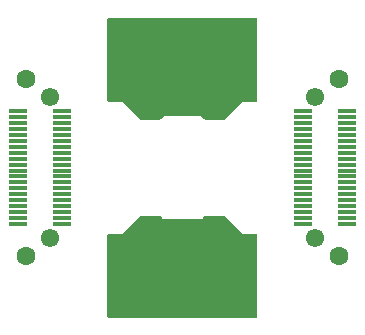
<source format=gbr>
G04 #@! TF.GenerationSoftware,KiCad,Pcbnew,7.0.10*
G04 #@! TF.CreationDate,2024-07-14T22:48:30-04:00*
G04 #@! TF.ProjectId,ARS_Igloo-v2,4152535f-4967-46c6-9f6f-2d76322e6b69,rev?*
G04 #@! TF.SameCoordinates,Original*
G04 #@! TF.FileFunction,Soldermask,Bot*
G04 #@! TF.FilePolarity,Negative*
%FSLAX46Y46*%
G04 Gerber Fmt 4.6, Leading zero omitted, Abs format (unit mm)*
G04 Created by KiCad (PCBNEW 7.0.10) date 2024-07-14 22:48:30*
%MOMM*%
%LPD*%
G01*
G04 APERTURE LIST*
G04 Aperture macros list*
%AMRoundRect*
0 Rectangle with rounded corners*
0 $1 Rounding radius*
0 $2 $3 $4 $5 $6 $7 $8 $9 X,Y pos of 4 corners*
0 Add a 4 corners polygon primitive as box body*
4,1,4,$2,$3,$4,$5,$6,$7,$8,$9,$2,$3,0*
0 Add four circle primitives for the rounded corners*
1,1,$1+$1,$2,$3*
1,1,$1+$1,$4,$5*
1,1,$1+$1,$6,$7*
1,1,$1+$1,$8,$9*
0 Add four rect primitives between the rounded corners*
20,1,$1+$1,$2,$3,$4,$5,0*
20,1,$1+$1,$4,$5,$6,$7,0*
20,1,$1+$1,$6,$7,$8,$9,0*
20,1,$1+$1,$8,$9,$2,$3,0*%
G04 Aperture macros list end*
%ADD10C,3.900000*%
%ADD11C,7.000000*%
%ADD12C,1.550000*%
%ADD13RoundRect,0.050000X0.750000X0.150000X-0.750000X0.150000X-0.750000X-0.150000X0.750000X-0.150000X0*%
%ADD14C,1.600000*%
%ADD15RoundRect,0.050000X-0.750000X-0.150000X0.750000X-0.150000X0.750000X0.150000X-0.750000X0.150000X0*%
G04 APERTURE END LIST*
D10*
X0Y8890000D03*
D11*
X0Y8890000D03*
D10*
X0Y-8890000D03*
D11*
X0Y-8890000D03*
D12*
X-11215000Y6000000D03*
X-11215000Y-6000000D03*
D13*
X-13915000Y-4750000D03*
X-10215000Y-4750000D03*
X-13915000Y-4250000D03*
X-10215000Y-4250000D03*
X-13915000Y-3750000D03*
X-10215000Y-3750000D03*
X-13915000Y-3250000D03*
X-10215000Y-3250000D03*
X-13915000Y-2750000D03*
X-10215000Y-2750000D03*
X-13915000Y-2250000D03*
X-10215000Y-2250000D03*
X-13915000Y-1750000D03*
X-10215000Y-1750000D03*
X-13915000Y-1250000D03*
X-10215000Y-1250000D03*
X-13915000Y-750000D03*
X-10215000Y-750000D03*
X-13915000Y-250000D03*
X-10215000Y-250000D03*
X-13915000Y250000D03*
X-10215000Y250000D03*
X-13915000Y750000D03*
X-10215000Y750000D03*
X-13915000Y1250000D03*
X-10215000Y1250000D03*
X-13915000Y1750000D03*
X-10215000Y1750000D03*
X-13915000Y2250000D03*
X-10215000Y2250000D03*
X-13915000Y2750000D03*
X-10215000Y2750000D03*
X-13915000Y3250000D03*
X-10215000Y3250000D03*
X-13915000Y3750000D03*
X-10215000Y3750000D03*
X-13915000Y4250000D03*
X-10215000Y4250000D03*
X-13915000Y4750000D03*
X-10215000Y4750000D03*
D14*
X-13215000Y7475000D03*
X-13215000Y-7475000D03*
D12*
X11215000Y-6000000D03*
X11215000Y6000000D03*
D15*
X13915000Y4750000D03*
X10215000Y4750000D03*
X13915000Y4250000D03*
X10215000Y4250000D03*
X13915000Y3750000D03*
X10215000Y3750000D03*
X13915000Y3250000D03*
X10215000Y3250000D03*
X13915000Y2750000D03*
X10215000Y2750000D03*
X13915000Y2250000D03*
X10215000Y2250000D03*
X13915000Y1750000D03*
X10215000Y1750000D03*
X13915000Y1250000D03*
X10215000Y1250000D03*
X13915000Y750000D03*
X10215000Y750000D03*
X13915000Y250000D03*
X10215000Y250000D03*
X13915000Y-250000D03*
X10215000Y-250000D03*
X13915000Y-750000D03*
X10215000Y-750000D03*
X13915000Y-1250000D03*
X10215000Y-1250000D03*
X13915000Y-1750000D03*
X10215000Y-1750000D03*
X13915000Y-2250000D03*
X10215000Y-2250000D03*
X13915000Y-2750000D03*
X10215000Y-2750000D03*
X13915000Y-3250000D03*
X10215000Y-3250000D03*
X13915000Y-3750000D03*
X10215000Y-3750000D03*
X13915000Y-4250000D03*
X10215000Y-4250000D03*
X13915000Y-4750000D03*
X10215000Y-4750000D03*
D14*
X13215000Y-7475000D03*
X13215000Y7475000D03*
G36*
X-1878155Y-4083685D02*
G01*
X-1842256Y-4121333D01*
X-1841889Y-4121052D01*
X-1839267Y-4124467D01*
X-1837807Y-4126000D01*
X-1836940Y-4127501D01*
X-1756210Y-4232709D01*
X-1756209Y-4232710D01*
X-1651001Y-4313440D01*
X-1650998Y-4313442D01*
X-1528483Y-4364188D01*
X-1528479Y-4364189D01*
X-1397007Y-4381499D01*
X-1396993Y-4381500D01*
X1396993Y-4381500D01*
X1397007Y-4381499D01*
X1528479Y-4364189D01*
X1528483Y-4364188D01*
X1650998Y-4313442D01*
X1651001Y-4313440D01*
X1756209Y-4232710D01*
X1756210Y-4232709D01*
X1836940Y-4127501D01*
X1837807Y-4126000D01*
X1838869Y-4124986D01*
X1841889Y-4121052D01*
X1842502Y-4121522D01*
X1888374Y-4077784D01*
X1945194Y-4064000D01*
X3504638Y-4064000D01*
X3571677Y-4083685D01*
X3592319Y-4100319D01*
X5080000Y-5588000D01*
X6226000Y-5588000D01*
X6293039Y-5607685D01*
X6338794Y-5660489D01*
X6350000Y-5712000D01*
X6350000Y-12576000D01*
X6330315Y-12643039D01*
X6277511Y-12688794D01*
X6226000Y-12700000D01*
X-6226000Y-12700000D01*
X-6293039Y-12680315D01*
X-6338794Y-12627511D01*
X-6350000Y-12576000D01*
X-6350000Y-5712000D01*
X-6330315Y-5644961D01*
X-6277511Y-5599206D01*
X-6226000Y-5588000D01*
X-5080000Y-5588000D01*
X-3592319Y-4100319D01*
X-3530996Y-4066834D01*
X-3504638Y-4064000D01*
X-1945194Y-4064000D01*
X-1878155Y-4083685D01*
G37*
G36*
X6293039Y12680315D02*
G01*
X6338794Y12627511D01*
X6350000Y12576000D01*
X6350000Y5712000D01*
X6330315Y5644961D01*
X6277511Y5599206D01*
X6226000Y5588000D01*
X5080001Y5588000D01*
X5079999Y5587999D01*
X3592319Y4100319D01*
X3530996Y4066834D01*
X3504638Y4064000D01*
X1945194Y4064000D01*
X1878155Y4083685D01*
X1842256Y4121333D01*
X1841889Y4121052D01*
X1839267Y4124467D01*
X1837807Y4126000D01*
X1836940Y4127501D01*
X1756210Y4232709D01*
X1756209Y4232710D01*
X1651001Y4313440D01*
X1650998Y4313442D01*
X1528483Y4364188D01*
X1528479Y4364189D01*
X1397007Y4381499D01*
X1396993Y4381500D01*
X-1396993Y4381500D01*
X-1397007Y4381499D01*
X-1528479Y4364189D01*
X-1528483Y4364188D01*
X-1650998Y4313442D01*
X-1651001Y4313440D01*
X-1756209Y4232710D01*
X-1756210Y4232709D01*
X-1836940Y4127501D01*
X-1837807Y4126000D01*
X-1838869Y4124986D01*
X-1841889Y4121052D01*
X-1842502Y4121522D01*
X-1888374Y4077784D01*
X-1945194Y4064000D01*
X-3504638Y4064000D01*
X-3571677Y4083685D01*
X-3592319Y4100319D01*
X-5079999Y5587999D01*
X-5080001Y5588000D01*
X-6226000Y5588000D01*
X-6293039Y5607685D01*
X-6338794Y5660489D01*
X-6350000Y5712000D01*
X-6350000Y12576000D01*
X-6330315Y12643039D01*
X-6277511Y12688794D01*
X-6226000Y12700000D01*
X6226000Y12700000D01*
X6293039Y12680315D01*
G37*
M02*

</source>
